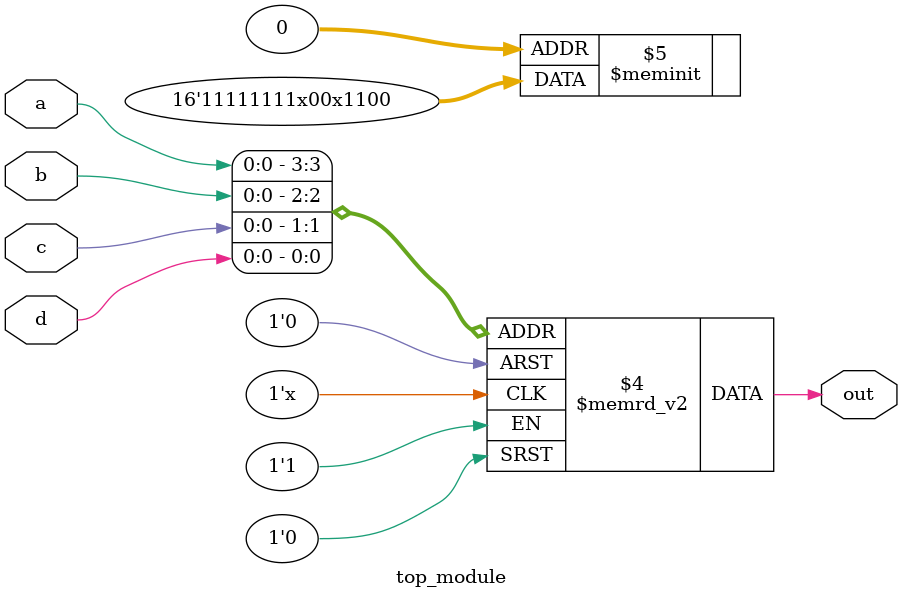
<source format=sv>
module top_module (
    input a, 
    input b,
    input c,
    input d,
    output reg out
);

always @(*)
begin
    case ({a,b,c,d})
        4'b0000, 4'b0001, 4'b0101, 4'b0110:
            out = 1'b0;
        4'b0011, 4'b0010, 4'b1100, 4'b1110, 4'b1000:
            out = 1'b1;
        4'b0100, 4'b0111, 4'b0111:
            out = 1'bx;
        default:
            out = 1'b1;
    endcase
end

endmodule

</source>
